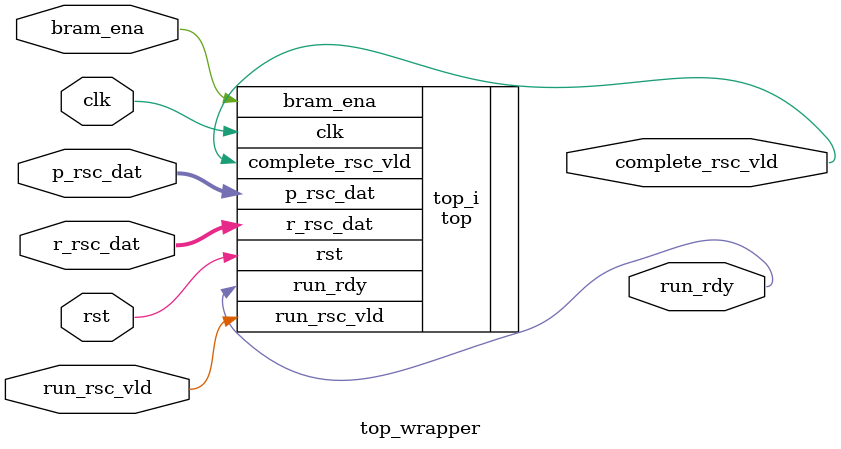
<source format=v>
`timescale 1 ps / 1 ps

module top_wrapper
   (bram_ena,
    clk,
    complete_rsc_vld,
    p_rsc_dat,
    r_rsc_dat,
    rst,
    run_rdy,
    run_rsc_vld);
  input bram_ena;
  input clk;
  output complete_rsc_vld;
  input [31:0]p_rsc_dat;
  input [31:0]r_rsc_dat;
  input rst;
  output run_rdy;
  input run_rsc_vld;

  wire bram_ena;
  wire clk;
  wire complete_rsc_vld;
  wire [31:0]p_rsc_dat;
  wire [31:0]r_rsc_dat;
  wire rst;
  wire run_rdy;
  wire run_rsc_vld;

  top top_i
       (.bram_ena(bram_ena),
        .clk(clk),
        .complete_rsc_vld(complete_rsc_vld),
        .p_rsc_dat(p_rsc_dat),
        .r_rsc_dat(r_rsc_dat),
        .rst(rst),
        .run_rdy(run_rdy),
        .run_rsc_vld(run_rsc_vld));
endmodule

</source>
